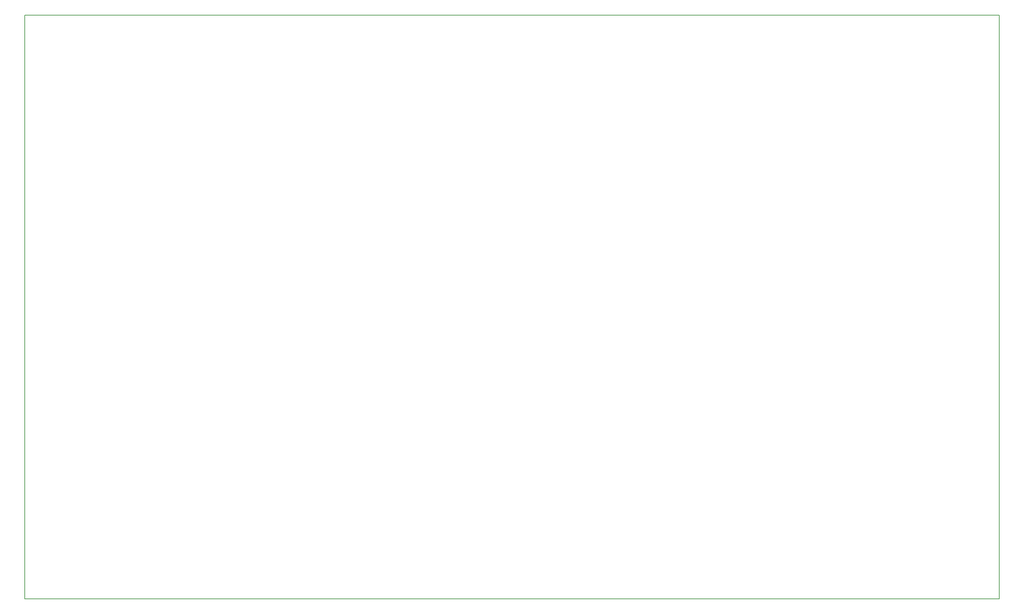
<source format=gbr>
%TF.GenerationSoftware,KiCad,Pcbnew,9.0.0*%
%TF.CreationDate,2025-04-28T14:03:09-07:00*%
%TF.ProjectId,ControlBoard,436f6e74-726f-46c4-926f-6172642e6b69,rev?*%
%TF.SameCoordinates,Original*%
%TF.FileFunction,Profile,NP*%
%FSLAX46Y46*%
G04 Gerber Fmt 4.6, Leading zero omitted, Abs format (unit mm)*
G04 Created by KiCad (PCBNEW 9.0.0) date 2025-04-28 14:03:09*
%MOMM*%
%LPD*%
G01*
G04 APERTURE LIST*
%TA.AperFunction,Profile*%
%ADD10C,0.200000*%
%TD*%
G04 APERTURE END LIST*
D10*
X25000000Y-25000000D02*
X275000000Y-25000000D01*
X275000000Y-175000000D01*
X25000000Y-175000000D01*
X25000000Y-25000000D01*
M02*

</source>
